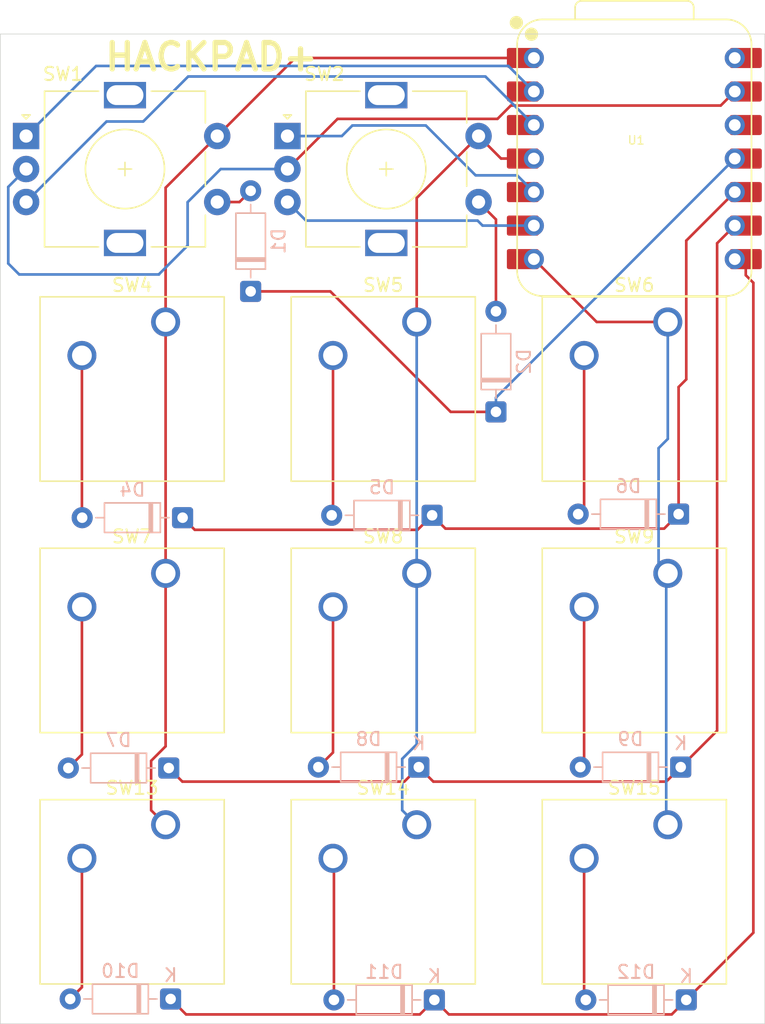
<source format=kicad_pcb>
(kicad_pcb (version 20241229) (generator "pcbnew") (generator_version "9.0")
  (layers (0 "F.Cu" signal) (2 "B.Cu" signal) (13 "F.Paste" user) (15 "B.Paste" user) (5 "F.SilkS" user "F.Silkscreen") (7 "B.SilkS" user "B.Silkscreen") (1 "F.Mask" user) (3 "B.Mask" user) (25 "Edge.Cuts" user))
  (net 0 "")
  (net 1 "R1")
  (net 2 "Net-(D1-A)")
  (net 3 "Net-(D2-A)")
  (net 4 "R2")
  (net 5 "Net-(D4-A)")
  (net 6 "Net-(D5-A)")
  (net 7 "Net-(D6-A)")
  (net 8 "R3")
  (net 9 "Net-(D7-A)")
  (net 10 "Net-(D8-A)")
  (net 11 "Net-(D9-A)")
  (net 12 "Net-(D10-A)")
  (net 13 "R4")
  (net 14 "Net-(D11-A)")
  (net 15 "Net-(D12-A)")
  (net 16 "C1")
  (net 17 "C2")
  (net 18 "C3")
  (net 19 "A2")
  (net 20 "GND")
  (net 21 "A1")
  (net 22 "B2")
  (net 24 "B1")
  (footprint "Button_Switch_Keyboard:SW_Cherry_MX_1.00u_PCB" (layer "F.Cu") (at 186.64 102.92)
    (property "Reference" "SW15" (at -2.54 -2.794 0) (layer "F.SilkS"))
    (property "Value" "SW_Push")
    (fp_line (start -9.525 -1.905) (end 4.445 -1.905) (stroke (width 0.12)) (layer "F.SilkS"))
    (fp_line (start -9.525 12.065) (end -9.525 -1.905) (stroke (width 0.12)) (layer "F.SilkS"))
    (fp_line (start 4.445 -1.905) (end 4.445 12.065) (stroke (width 0.12)) (layer "F.SilkS"))
    (fp_line (start 4.445 12.065) (end -9.525 12.065) (stroke (width 0.12)) (layer "F.SilkS"))
    (pad "" np_thru_hole circle (at -7.62 5.08) (size 1.7 1.7) (drill 1.7) (layers "*.Cu" "*.Mask"))
    (pad "" np_thru_hole circle (at -2.54 5.08) (size 4 4) (drill 4) (layers "*.Cu" "*.Mask"))
    (pad "" np_thru_hole circle (at 2.54 5.08) (size 1.7 1.7) (drill 1.7) (layers "*.Cu" "*.Mask"))
    (pad "1" thru_hole circle (at 0 0) (size 2.2 2.2) (drill 1.5) (layers "*.Cu" "*.Mask") (net 18 "C3"))
    (pad "2" thru_hole circle (at -6.35 2.54) (size 2.2 2.2) (drill 1.5) (layers "*.Cu" "*.Mask") (net 15 "Net-(D12-A)"))
  )
  (footprint "Button_Switch_Keyboard:SW_Cherry_MX_1.00u_PCB" (layer "F.Cu") (at 186.64 64.82)
    (property "Reference" "SW6" (at -2.54 -2.794 0) (layer "F.SilkS"))
    (property "Value" "SW_Push")
    (fp_line (start -9.525 -1.905) (end 4.445 -1.905) (stroke (width 0.12)) (layer "F.SilkS"))
    (fp_line (start -9.525 12.065) (end -9.525 -1.905) (stroke (width 0.12)) (layer "F.SilkS"))
    (fp_line (start 4.445 -1.905) (end 4.445 12.065) (stroke (width 0.12)) (layer "F.SilkS"))
    (fp_line (start 4.445 12.065) (end -9.525 12.065) (stroke (width 0.12)) (layer "F.SilkS"))
    (pad "" np_thru_hole circle (at -7.62 5.08) (size 1.7 1.7) (drill 1.7) (layers "*.Cu" "*.Mask"))
    (pad "" np_thru_hole circle (at -2.54 5.08) (size 4 4) (drill 4) (layers "*.Cu" "*.Mask"))
    (pad "" np_thru_hole circle (at 2.54 5.08) (size 1.7 1.7) (drill 1.7) (layers "*.Cu" "*.Mask"))
    (pad "1" thru_hole circle (at 0 0) (size 2.2 2.2) (drill 1.5) (layers "*.Cu" "*.Mask") (net 18 "C3"))
    (pad "2" thru_hole circle (at -6.35 2.54) (size 2.2 2.2) (drill 1.5) (layers "*.Cu" "*.Mask") (net 7 "Net-(D6-A)"))
  )
  (footprint "Button_Switch_Keyboard:SW_Cherry_MX_1.00u_PCB" (layer "F.Cu") (at 186.64 83.87)
    (property "Reference" "SW9" (at -2.54 -2.794 0) (layer "F.SilkS"))
    (property "Value" "SW_Push")
    (fp_line (start -9.525 -1.905) (end 4.445 -1.905) (stroke (width 0.12)) (layer "F.SilkS"))
    (fp_line (start -9.525 12.065) (end -9.525 -1.905) (stroke (width 0.12)) (layer "F.SilkS"))
    (fp_line (start 4.445 -1.905) (end 4.445 12.065) (stroke (width 0.12)) (layer "F.SilkS"))
    (fp_line (start 4.445 12.065) (end -9.525 12.065) (stroke (width 0.12)) (layer "F.SilkS"))
    (pad "" np_thru_hole circle (at -7.62 5.08) (size 1.7 1.7) (drill 1.7) (layers "*.Cu" "*.Mask"))
    (pad "" np_thru_hole circle (at -2.54 5.08) (size 4 4) (drill 4) (layers "*.Cu" "*.Mask"))
    (pad "" np_thru_hole circle (at 2.54 5.08) (size 1.7 1.7) (drill 1.7) (layers "*.Cu" "*.Mask"))
    (pad "1" thru_hole circle (at 0 0) (size 2.2 2.2) (drill 1.5) (layers "*.Cu" "*.Mask") (net 18 "C3"))
    (pad "2" thru_hole circle (at -6.35 2.54) (size 2.2 2.2) (drill 1.5) (layers "*.Cu" "*.Mask") (net 11 "Net-(D9-A)"))
  )
  (footprint "Rotary_Encoder:RotaryEncoder_Alps_EC11E-Switch_Vertical_H20mm" (layer "F.Cu") (at 157.7825 50.7325)
    (property "Reference" "SW2" (at 2.8 -4.7 0) (layer "F.SilkS"))
    (property "Value" "RotaryEncoder_Switch_MP" (hide yes))
    (fp_line (start -0.3 -1.6) (end 0.3 -1.6) (stroke (width 0.12)) (layer "F.SilkS"))
    (fp_line (start 0 -1.3) (end -0.3 -1.6) (stroke (width 0.12)) (layer "F.SilkS"))
    (fp_line (start 0.3 -1.6) (end 0 -1.3) (stroke (width 0.12)) (layer "F.SilkS"))
    (fp_line (start 1.4 -3.4) (end 1.4 8.4) (stroke (width 0.12)) (layer "F.SilkS"))
    (fp_line (start 5.5 -3.4) (end 1.4 -3.4) (stroke (width 0.12)) (layer "F.SilkS"))
    (fp_line (start 5.5 8.4) (end 1.4 8.4) (stroke (width 0.12)) (layer "F.SilkS"))
    (fp_line (start 7 2.5) (end 8 2.5) (stroke (width 0.12)) (layer "F.SilkS"))
    (fp_line (start 7.5 2) (end 7.5 3) (stroke (width 0.12)) (layer "F.SilkS"))
    (fp_line (start 9.5 -3.4) (end 13.6 -3.4) (stroke (width 0.12)) (layer "F.SilkS"))
    (fp_line (start 13.6 -3.4) (end 13.6 -1) (stroke (width 0.12)) (layer "F.SilkS"))
    (fp_line (start 13.6 1.2) (end 13.6 3.8) (stroke (width 0.12)) (layer "F.SilkS"))
    (fp_line (start 13.6 6) (end 13.6 8.4) (stroke (width 0.12)) (layer "F.SilkS"))
    (fp_line (start 13.6 8.4) (end 9.5 8.4) (stroke (width 0.12)) (layer "F.SilkS"))
    (fp_circle (center 7.5 2.5) (end 10.5 2.5) (stroke (width 0.12)) (fill no) (layer "F.SilkS"))
    (pad "A" thru_hole rect (at 0 0) (size 2 2) (drill 1) (layers "*.Cu" "*.Mask") (net 19 "A2"))
    (pad "B" thru_hole circle (at 0 5) (size 2 2) (drill 1) (layers "*.Cu" "*.Mask") (net 22 "B2"))
    (pad "C" thru_hole circle (at 0 2.5) (size 2 2) (drill 1) (layers "*.Cu" "*.Mask") (net 20 "GND"))
    (pad "MP" thru_hole rect (at 7.5 -3.1) (size 3.2 2) (drill oval 2.8 1.5) (layers "*.Cu" "*.Mask"))
    (pad "MP" thru_hole rect (at 7.5 8.1) (size 3.2 2) (drill oval 2.8 1.5) (layers "*.Cu" "*.Mask"))
    (pad "S1" thru_hole circle (at 14.5 5) (size 2 2) (drill 1) (layers "*.Cu" "*.Mask") (net 3 "Net-(D2-A)"))
    (pad "S2" thru_hole circle (at 14.5 0) (size 2 2) (drill 1) (layers "*.Cu" "*.Mask") (net 17 "C2"))
  )
  (footprint "Button_Switch_Keyboard:SW_Cherry_MX_1.00u_PCB" (layer "F.Cu") (at 148.54 83.87)
    (property "Reference" "SW7" (at -2.54 -2.794 0) (layer "F.SilkS"))
    (property "Value" "SW_Push")
    (fp_line (start -9.525 -1.905) (end 4.445 -1.905) (stroke (width 0.12)) (layer "F.SilkS"))
    (fp_line (start -9.525 12.065) (end -9.525 -1.905) (stroke (width 0.12)) (layer "F.SilkS"))
    (fp_line (start 4.445 -1.905) (end 4.445 12.065) (stroke (width 0.12)) (layer "F.SilkS"))
    (fp_line (start 4.445 12.065) (end -9.525 12.065) (stroke (width 0.12)) (layer "F.SilkS"))
    (pad "" np_thru_hole circle (at -7.62 5.08) (size 1.7 1.7) (drill 1.7) (layers "*.Cu" "*.Mask"))
    (pad "" np_thru_hole circle (at -2.54 5.08) (size 4 4) (drill 4) (layers "*.Cu" "*.Mask"))
    (pad "" np_thru_hole circle (at 2.54 5.08) (size 1.7 1.7) (drill 1.7) (layers "*.Cu" "*.Mask"))
    (pad "1" thru_hole circle (at 0 0) (size 2.2 2.2) (drill 1.5) (layers "*.Cu" "*.Mask") (net 16 "C1"))
    (pad "2" thru_hole circle (at -6.35 2.54) (size 2.2 2.2) (drill 1.5) (layers "*.Cu" "*.Mask") (net 9 "Net-(D7-A)"))
  )
  (footprint "Button_Switch_Keyboard:SW_Cherry_MX_1.00u_PCB" (layer "F.Cu") (at 148.54 64.82)
    (property "Reference" "SW4" (at -2.54 -2.794 0) (layer "F.SilkS"))
    (property "Value" "SW_Push")
    (fp_line (start -9.525 -1.905) (end 4.445 -1.905) (stroke (width 0.12)) (layer "F.SilkS"))
    (fp_line (start -9.525 12.065) (end -9.525 -1.905) (stroke (width 0.12)) (layer "F.SilkS"))
    (fp_line (start 4.445 -1.905) (end 4.445 12.065) (stroke (width 0.12)) (layer "F.SilkS"))
    (fp_line (start 4.445 12.065) (end -9.525 12.065) (stroke (width 0.12)) (layer "F.SilkS"))
    (pad "" np_thru_hole circle (at -7.62 5.08) (size 1.7 1.7) (drill 1.7) (layers "*.Cu" "*.Mask"))
    (pad "" np_thru_hole circle (at -2.54 5.08) (size 4 4) (drill 4) (layers "*.Cu" "*.Mask"))
    (pad "" np_thru_hole circle (at 2.54 5.08) (size 1.7 1.7) (drill 1.7) (layers "*.Cu" "*.Mask"))
    (pad "1" thru_hole circle (at 0 0) (size 2.2 2.2) (drill 1.5) (layers "*.Cu" "*.Mask") (net 16 "C1"))
    (pad "2" thru_hole circle (at -6.35 2.54) (size 2.2 2.2) (drill 1.5) (layers "*.Cu" "*.Mask") (net 5 "Net-(D4-A)"))
  )
  (footprint "Rotary_Encoder:RotaryEncoder_Alps_EC11E-Switch_Vertical_H20mm" (layer "F.Cu") (at 137.95625 50.73125)
    (property "Reference" "SW1" (at 2.8 -4.7 0) (layer "F.SilkS"))
    (property "Value" "RotaryEncoder_Switch_MP" (hide yes))
    (fp_line (start -0.3 -1.6) (end 0.3 -1.6) (stroke (width 0.12)) (layer "F.SilkS"))
    (fp_line (start 0 -1.3) (end -0.3 -1.6) (stroke (width 0.12)) (layer "F.SilkS"))
    (fp_line (start 0.3 -1.6) (end 0 -1.3) (stroke (width 0.12)) (layer "F.SilkS"))
    (fp_line (start 1.4 -3.4) (end 1.4 8.4) (stroke (width 0.12)) (layer "F.SilkS"))
    (fp_line (start 5.5 -3.4) (end 1.4 -3.4) (stroke (width 0.12)) (layer "F.SilkS"))
    (fp_line (start 5.5 8.4) (end 1.4 8.4) (stroke (width 0.12)) (layer "F.SilkS"))
    (fp_line (start 7 2.5) (end 8 2.5) (stroke (width 0.12)) (layer "F.SilkS"))
    (fp_line (start 7.5 2) (end 7.5 3) (stroke (width 0.12)) (layer "F.SilkS"))
    (fp_line (start 9.5 -3.4) (end 13.6 -3.4) (stroke (width 0.12)) (layer "F.SilkS"))
    (fp_line (start 13.6 -3.4) (end 13.6 -1) (stroke (width 0.12)) (layer "F.SilkS"))
    (fp_line (start 13.6 1.2) (end 13.6 3.8) (stroke (width 0.12)) (layer "F.SilkS"))
    (fp_line (start 13.6 6) (end 13.6 8.4) (stroke (width 0.12)) (layer "F.SilkS"))
    (fp_line (start 13.6 8.4) (end 9.5 8.4) (stroke (width 0.12)) (layer "F.SilkS"))
    (fp_circle (center 7.5 2.5) (end 10.5 2.5) (stroke (width 0.12)) (fill no) (layer "F.SilkS"))
    (pad "A" thru_hole rect (at 0 0) (size 2 2) (drill 1) (layers "*.Cu" "*.Mask") (net 21 "A1"))
    (pad "B" thru_hole circle (at 0 5) (size 2 2) (drill 1) (layers "*.Cu" "*.Mask") (net 24 "B1"))
    (pad "C" thru_hole circle (at 0 2.5) (size 2 2) (drill 1) (layers "*.Cu" "*.Mask") (net 20 "GND"))
    (pad "MP" thru_hole rect (at 7.5 -3.1) (size 3.2 2) (drill oval 2.8 1.5) (layers "*.Cu" "*.Mask"))
    (pad "MP" thru_hole rect (at 7.5 8.1) (size 3.2 2) (drill oval 2.8 1.5) (layers "*.Cu" "*.Mask"))
    (pad "S1" thru_hole circle (at 14.5 5) (size 2 2) (drill 1) (layers "*.Cu" "*.Mask") (net 2 "Net-(D1-A)"))
    (pad "S2" thru_hole circle (at 14.5 0) (size 2 2) (drill 1) (layers "*.Cu" "*.Mask") (net 16 "C1"))
  )
  (footprint "Button_Switch_Keyboard:SW_Cherry_MX_1.00u_PCB" (layer "F.Cu") (at 167.59 83.87)
    (property "Reference" "SW8" (at -2.54 -2.794 0) (layer "F.SilkS"))
    (property "Value" "SW_Push")
    (fp_line (start -9.525 -1.905) (end 4.445 -1.905) (stroke (width 0.12)) (layer "F.SilkS"))
    (fp_line (start -9.525 12.065) (end -9.525 -1.905) (stroke (width 0.12)) (layer "F.SilkS"))
    (fp_line (start 4.445 -1.905) (end 4.445 12.065) (stroke (width 0.12)) (layer "F.SilkS"))
    (fp_line (start 4.445 12.065) (end -9.525 12.065) (stroke (width 0.12)) (layer "F.SilkS"))
    (pad "" np_thru_hole circle (at -7.62 5.08) (size 1.7 1.7) (drill 1.7) (layers "*.Cu" "*.Mask"))
    (pad "" np_thru_hole circle (at -2.54 5.08) (size 4 4) (drill 4) (layers "*.Cu" "*.Mask"))
    (pad "" np_thru_hole circle (at 2.54 5.08) (size 1.7 1.7) (drill 1.7) (layers "*.Cu" "*.Mask"))
    (pad "1" thru_hole circle (at 0 0) (size 2.2 2.2) (drill 1.5) (layers "*.Cu" "*.Mask") (net 17 "C2"))
    (pad "2" thru_hole circle (at -6.35 2.54) (size 2.2 2.2) (drill 1.5) (layers "*.Cu" "*.Mask") (net 10 "Net-(D8-A)"))
  )
  (footprint "PAD+:XIAO-RP2040-DIP" (layer "F.Cu") (at 184.1 52.4375)
    (property "Reference" "U1" (at 0.14 -1.3875 0) (layer "F.SilkS") (effects (font (size 0.635 0.635) (thickness 0.1016))))
    (property "Value" "XIAO-RP2040-DIP")
    (fp_line (start -8.89 8.509) (end -8.89 -8.636) (stroke (width 0.127)) (layer "F.SilkS"))
    (fp_line (start -6.985 10.414) (end 6.985 10.414) (stroke (width 0.127)) (layer "F.SilkS"))
    (fp_line (start -4.495 -10.541) (end -4.491272 -11.451272) (stroke (width 0.127)) (layer "F.SilkS"))
    (fp_line (start -3.991272 -11.951) (end 4.004 -11.951) (stroke (width 0.127)) (layer "F.SilkS"))
    (fp_line (start 4.504 -11.451) (end 4.504 -10.541) (stroke (width 0.127)) (layer "F.SilkS"))
    (fp_line (start 6.985 -10.541) (end -6.985 -10.541) (stroke (width 0.1)) (layer "F.SilkS"))
    (fp_line (start 6.985 -10.541) (end -6.985 -10.541) (stroke (width 0.127)) (layer "F.SilkS"))
    (fp_line (start 8.89 8.509) (end 8.89 -8.636) (stroke (width 0.127)) (layer "F.SilkS"))
    (fp_arc (start -8.89 -8.636) (mid -8.332038 -9.983038) (end -6.985 -10.541) (stroke (width 0.127)) (layer "F.SilkS"))
    (fp_arc (start -6.985 10.414) (mid -8.332038 9.856038) (end -8.89 8.509) (stroke (width 0.127)) (layer "F.SilkS"))
    (fp_arc (start -4.491272 -11.451272) (mid -4.344728 -11.80464) (end -3.991272 -11.951) (stroke (width 0.127)) (layer "F.SilkS"))
    (fp_arc (start 4.004 -11.951) (mid 4.357553 -11.804553) (end 4.504 -11.451) (stroke (width 0.127)) (layer "F.SilkS"))
    (fp_arc (start 6.985 -10.541) (mid 8.332038 -9.983038) (end 8.89 -8.636) (stroke (width 0.127)) (layer "F.SilkS"))
    (fp_arc (start 8.89 8.509) (mid 8.332038 9.856038) (end 6.985 10.414) (stroke (width 0.127)) (layer "F.SilkS"))
    (fp_circle (center -8.95 -10.3) (end -8.95 -10.554) (stroke (width 0.5)) (fill yes) (layer "F.SilkS"))
    (fp_circle (center -7.807 -9.42) (end -7.807 -9.674) (stroke (width 0.5)) (fill yes) (layer "F.SilkS"))
    (pad "1" smd roundrect (at -8.455 -7.62 180) (size 2.432 1.524) (layers "F.Cu" "F.Mask") (roundrect_rratio 0.1) (net 16 "C1"))
    (pad "1" thru_hole circle (at -7.62 -7.62 180) (size 1.524 1.524) (drill 0.889) (layers "*.Cu" "*.Mask") (net 16 "C1"))
    (pad "2" smd roundrect (at -8.455 -5.08 180) (size 2.432 1.524) (layers "F.Cu" "F.Mask") (roundrect_rratio 0.1) (net 21 "A1"))
    (pad "2" thru_hole circle (at -7.62 -5.08 180) (size 1.524 1.524) (drill 0.889) (layers "*.Cu" "*.Mask") (net 21 "A1"))
    (pad "3" smd roundrect (at -8.455 -2.54 180) (size 2.432 1.524) (layers "F.Cu" "F.Mask") (roundrect_rratio 0.1) (net 24 "B1"))
    (pad "3" thru_hole circle (at -7.62 -2.54 180) (size 1.524 1.524) (drill 0.889) (layers "*.Cu" "*.Mask") (net 24 "B1"))
    (pad "4" smd roundrect (at -8.455 0 180) (size 2.432 1.524) (layers "F.Cu" "F.Mask") (roundrect_rratio 0.1) (net 17 "C2"))
    (pad "4" thru_hole circle (at -7.62 0 180) (size 1.524 1.524) (drill 0.889) (layers "*.Cu" "*.Mask") (net 17 "C2"))
    (pad "5" smd roundrect (at -8.455 2.54 180) (size 2.432 1.524) (layers "F.Cu" "F.Mask") (roundrect_rratio 0.1) (net 19 "A2"))
    (pad "5" thru_hole circle (at -7.62 2.54 180) (size 1.524 1.524) (drill 0.889) (layers "*.Cu" "*.Mask") (net 19 "A2"))
    (pad "6" smd roundrect (at -8.455 5.08 180) (size 2.432 1.524) (layers "F.Cu" "F.Mask") (roundrect_rratio 0.1) (net 22 "B2"))
    (pad "6" thru_hole circle (at -7.62 5.08 180) (size 1.524 1.524) (drill 0.889) (layers "*.Cu" "*.Mask") (net 22 "B2"))
    (pad "7" smd roundrect (at -8.455 7.62 180) (size 2.432 1.524) (layers "F.Cu" "F.Mask") (roundrect_rratio 0.1) (net 18 "C3"))
    (pad "7" thru_hole circle (at -7.62 7.62 180) (size 1.524 1.524) (drill 0.889) (layers "*.Cu" "*.Mask") (net 18 "C3"))
    (pad "8" thru_hole circle (at 7.62 7.62) (size 1.524 1.524) (drill 0.889) (layers "*.Cu" "*.Mask") (net 13 "R4"))
    (pad "8" smd roundrect (at 8.455 7.62) (size 2.432 1.524) (layers "F.Cu" "F.Mask") (roundrect_rratio 0.1) (net 13 "R4"))
    (pad "9" thru_hole circle (at 7.62 5.08) (size 1.524 1.524) (drill 0.889) (layers "*.Cu" "*.Mask") (net 8 "R3"))
    (pad "9" smd roundrect (at 8.455 5.08) (size 2.432 1.524) (layers "F.Cu" "F.Mask") (roundrect_rratio 0.1) (net 8 "R3"))
    (pad "10" thru_hole circle (at 7.62 2.54) (size 1.524 1.524) (drill 0.889) (layers "*.Cu" "*.Mask") (net 4 "R2"))
    (pad "10" smd roundrect (at 8.455 2.54) (size 2.432 1.524) (layers "F.Cu" "F.Mask") (roundrect_rratio 0.1) (net 4 "R2"))
    (pad "11" thru_hole circle (at 7.62 0) (size 1.524 1.524) (drill 0.889) (layers "*.Cu" "*.Mask") (net 1 "R1"))
    (pad "11" smd roundrect (at 8.455 0) (size 2.432 1.524) (layers "F.Cu" "F.Mask") (roundrect_rratio 0.1) (net 1 "R1"))
    (pad "12" thru_hole circle (at 7.62 -2.54) (size 1.524 1.524) (drill 0.889) (layers "*.Cu" "*.Mask"))
    (pad "12" smd roundrect (at 8.455 -2.54) (size 2.432 1.524) (layers "F.Cu" "F.Mask") (roundrect_rratio 0.1))
    (pad "13" thru_hole circle (at 7.62 -5.08) (size 1.524 1.524) (drill 0.889) (layers "*.Cu" "*.Mask") (net 20 "GND"))
    (pad "13" smd roundrect (at 8.455 -5.08) (size 2.432 1.524) (layers "F.Cu" "F.Mask") (roundrect_rratio 0.1) (net 20 "GND"))
    (pad "14" thru_hole circle (at 7.62 -7.62) (size 1.524 1.524) (drill 0.889) (layers "*.Cu" "*.Mask"))
    (pad "14" smd roundrect (at 8.455 -7.62) (size 2.432 1.524) (layers "F.Cu" "F.Mask") (roundrect_rratio 0.1))
  )
  (footprint "Button_Switch_Keyboard:SW_Cherry_MX_1.00u_PCB" (layer "F.Cu") (at 148.54 102.92)
    (property "Reference" "SW13" (at -2.54 -2.794 0) (layer "F.SilkS"))
    (property "Value" "SW_Push")
    (fp_line (start -9.525 -1.905) (end 4.445 -1.905) (stroke (width 0.12)) (layer "F.SilkS"))
    (fp_line (start -9.525 12.065) (end -9.525 -1.905) (stroke (width 0.12)) (layer "F.SilkS"))
    (fp_line (start 4.445 -1.905) (end 4.445 12.065) (stroke (width 0.12)) (layer "F.SilkS"))
    (fp_line (start 4.445 12.065) (end -9.525 12.065) (stroke (width 0.12)) (layer "F.SilkS"))
    (pad "" np_thru_hole circle (at -7.62 5.08) (size 1.7 1.7) (drill 1.7) (layers "*.Cu" "*.Mask"))
    (pad "" np_thru_hole circle (at -2.54 5.08) (size 4 4) (drill 4) (layers "*.Cu" "*.Mask"))
    (pad "" np_thru_hole circle (at 2.54 5.08) (size 1.7 1.7) (drill 1.7) (layers "*.Cu" "*.Mask"))
    (pad "1" thru_hole circle (at 0 0) (size 2.2 2.2) (drill 1.5) (layers "*.Cu" "*.Mask") (net 16 "C1"))
    (pad "2" thru_hole circle (at -6.35 2.54) (size 2.2 2.2) (drill 1.5) (layers "*.Cu" "*.Mask") (net 12 "Net-(D10-A)"))
  )
  (footprint "Button_Switch_Keyboard:SW_Cherry_MX_1.00u_PCB" (layer "F.Cu") (at 167.59 64.82)
    (property "Reference" "SW5" (at -2.54 -2.794 0) (layer "F.SilkS"))
    (property "Value" "SW_Push")
    (fp_line (start -9.525 -1.905) (end 4.445 -1.905) (stroke (width 0.12)) (layer "F.SilkS"))
    (fp_line (start -9.525 12.065) (end -9.525 -1.905) (stroke (width 0.12)) (layer "F.SilkS"))
    (fp_line (start 4.445 -1.905) (end 4.445 12.065) (stroke (width 0.12)) (layer "F.SilkS"))
    (fp_line (start 4.445 12.065) (end -9.525 12.065) (stroke (width 0.12)) (layer "F.SilkS"))
    (pad "" np_thru_hole circle (at -7.62 5.08) (size 1.7 1.7) (drill 1.7) (layers "*.Cu" "*.Mask"))
    (pad "" np_thru_hole circle (at -2.54 5.08) (size 4 4) (drill 4) (layers "*.Cu" "*.Mask"))
    (pad "" np_thru_hole circle (at 2.54 5.08) (size 1.7 1.7) (drill 1.7) (layers "*.Cu" "*.Mask"))
    (pad "1" thru_hole circle (at 0 0) (size 2.2 2.2) (drill 1.5) (layers "*.Cu" "*.Mask") (net 17 "C2"))
    (pad "2" thru_hole circle (at -6.35 2.54) (size 2.2 2.2) (drill 1.5) (layers "*.Cu" "*.Mask") (net 6 "Net-(D5-A)"))
  )
  (footprint "Button_Switch_Keyboard:SW_Cherry_MX_1.00u_PCB" (layer "F.Cu") (at 167.59 102.92)
    (property "Reference" "SW14" (at -2.54 -2.794 0) (layer "F.SilkS"))
    (property "Value" "SW_Push")
    (fp_line (start -9.525 -1.905) (end 4.445 -1.905) (stroke (width 0.12)) (layer "F.SilkS"))
    (fp_line (start -9.525 12.065) (end -9.525 -1.905) (stroke (width 0.12)) (layer "F.SilkS"))
    (fp_line (start 4.445 -1.905) (end 4.445 12.065) (stroke (width 0.12)) (layer "F.SilkS"))
    (fp_line (start 4.445 12.065) (end -9.525 12.065) (stroke (width 0.12)) (layer "F.SilkS"))
    (pad "" np_thru_hole circle (at -7.62 5.08) (size 1.7 1.7) (drill 1.7) (layers "*.Cu" "*.Mask"))
    (pad "" np_thru_hole circle (at -2.54 5.08) (size 4 4) (drill 4) (layers "*.Cu" "*.Mask"))
    (pad "" np_thru_hole circle (at 2.54 5.08) (size 1.7 1.7) (drill 1.7) (layers "*.Cu" "*.Mask"))
    (pad "1" thru_hole circle (at 0 0) (size 2.2 2.2) (drill 1.5) (layers "*.Cu" "*.Mask") (net 17 "C2"))
    (pad "2" thru_hole circle (at -6.35 2.54) (size 2.2 2.2) (drill 1.5) (layers "*.Cu" "*.Mask") (net 14 "Net-(D11-A)"))
  )
  (footprint "Diode_THT:D_DO-35_SOD27_P7.62mm_Horizontal" (layer "B.Cu") (at 148.92 116.12 180)
    (property "Reference" "D10" (at 3.81 2.12 0) (layer "B.SilkS") (effects (justify mirror)))
    (property "Value" "1N4148" (hide yes))
    (fp_line (start 6.58 0) (end 5.93 0) (stroke (width 0.12)) (layer "B.SilkS"))
    (fp_line (start 2.53 1.12) (end 2.53 -1.12) (stroke (width 0.12)) (layer "B.SilkS"))
    (fp_line (start 2.41 1.12) (end 2.41 -1.12) (stroke (width 0.12)) (layer "B.SilkS"))
    (fp_line (start 2.29 1.12) (end 2.29 -1.12) (stroke (width 0.12)) (layer "B.SilkS"))
    (fp_line (start 1.04 0) (end 1.69 0) (stroke (width 0.12)) (layer "B.SilkS"))
    (fp_rect (start 1.69 1.12) (end 5.93 -1.12) (stroke (width 0.12)) (fill no) (layer "B.SilkS"))
    (fp_text user "K" (at 0 1.8 0) (layer "B.SilkS") (effects (justify mirror)))
    (pad "1" thru_hole roundrect (at 0 0 180) (size 1.6 1.6) (drill 0.8) (layers "*.Cu" "*.Mask") (roundrect_rratio 0.15625) (net 13 "R4"))
    (pad "2" thru_hole circle (at 7.62 0 180) (size 1.6 1.6) (drill 0.8) (layers "*.Cu" "*.Mask") (net 12 "Net-(D10-A)"))
  )
  (footprint "Diode_THT:D_DO-35_SOD27_P7.62mm_Horizontal" (layer "B.Cu") (at 173.6025 71.6325 90)
    (property "Reference" "D2" (at 3.81 2.12 90) (layer "B.SilkS") (effects (justify mirror)))
    (property "Value" "1N4148" (hide yes))
    (fp_line (start 6.58 0) (end 5.93 0) (stroke (width 0.12)) (layer "B.SilkS"))
    (fp_line (start 1.04 0) (end 1.69 0) (stroke (width 0.12)) (layer "B.SilkS"))
    (fp_line (start 2.53 1.12) (end 2.53 -1.12) (stroke (width 0.12)) (layer "B.SilkS"))
    (fp_line (start 2.41 1.12) (end 2.41 -1.12) (stroke (width 0.12)) (layer "B.SilkS"))
    (fp_line (start 2.29 1.12) (end 2.29 -1.12) (stroke (width 0.12)) (layer "B.SilkS"))
    (fp_rect (start 1.69 1.12) (end 5.93 -1.12) (stroke (width 0.12)) (fill no) (layer "B.SilkS"))
    (pad "1" thru_hole roundrect (at 0 0 90) (size 1.6 1.6) (drill 0.8) (layers "*.Cu" "*.Mask") (roundrect_rratio 0.15625) (net 1 "R1"))
    (pad "2" thru_hole circle (at 7.62 0 90) (size 1.6 1.6) (drill 0.8) (layers "*.Cu" "*.Mask") (net 3 "Net-(D2-A)"))
  )
  (footprint "Diode_THT:D_DO-35_SOD27_P7.62mm_Horizontal" (layer "B.Cu") (at 148.78 98.62 180)
    (property "Reference" "D7" (at 3.81 2.12 0) (layer "B.SilkS") (effects (justify mirror)))
    (property "Value" "1N4148" (hide yes))
    (fp_line (start 6.58 0) (end 5.93 0) (stroke (width 0.12)) (layer "B.SilkS"))
    (fp_line (start 2.53 1.12) (end 2.53 -1.12) (stroke (width 0.12)) (layer "B.SilkS"))
    (fp_line (start 2.41 1.12) (end 2.41 -1.12) (stroke (width 0.12)) (layer "B.SilkS"))
    (fp_line (start 2.29 1.12) (end 2.29 -1.12) (stroke (width 0.12)) (layer "B.SilkS"))
    (fp_line (start 1.04 0) (end 1.69 0) (stroke (width 0.12)) (layer "B.SilkS"))
    (fp_rect (start 1.69 1.12) (end 5.93 -1.12) (stroke (width 0.12)) (fill no) (layer "B.SilkS"))
    (pad "1" thru_hole roundrect (at 0 0 180) (size 1.6 1.6) (drill 0.8) (layers "*.Cu" "*.Mask") (roundrect_rratio 0.15625) (net 8 "R3"))
    (pad "2" thru_hole circle (at 7.62 0 180) (size 1.6 1.6) (drill 0.8) (layers "*.Cu" "*.Mask") (net 9 "Net-(D7-A)"))
  )
  (footprint "Diode_THT:D_DO-35_SOD27_P7.62mm_Horizontal" (layer "B.Cu") (at 149.83 79.65 180)
    (property "Reference" "D4" (at 3.81 2.12 0) (layer "B.SilkS") (effects (justify mirror)))
    (property "Value" "1N4148" (hide yes))
    (fp_line (start 6.58 0) (end 5.93 0) (stroke (width 0.12)) (layer "B.SilkS"))
    (fp_line (start 2.53 1.12) (end 2.53 -1.12) (stroke (width 0.12)) (layer "B.SilkS"))
    (fp_line (start 2.41 1.12) (end 2.41 -1.12) (stroke (width 0.12)) (layer "B.SilkS"))
    (fp_line (start 2.29 1.12) (end 2.29 -1.12) (stroke (width 0.12)) (layer "B.SilkS"))
    (fp_line (start 1.04 0) (end 1.69 0) (stroke (width 0.12)) (layer "B.SilkS"))
    (fp_rect (start 1.69 1.12) (end 5.93 -1.12) (stroke (width 0.12)) (fill no) (layer "B.SilkS"))
    (pad "1" thru_hole roundrect (at 0 0 180) (size 1.6 1.6) (drill 0.8) (layers "*.Cu" "*.Mask") (roundrect_rratio 0.15625) (net 4 "R2"))
    (pad "2" thru_hole circle (at 7.62 0 180) (size 1.6 1.6) (drill 0.8) (layers "*.Cu" "*.Mask") (net 5 "Net-(D4-A)"))
  )
  (footprint "Diode_THT:D_DO-35_SOD27_P7.62mm_Horizontal" (layer "B.Cu") (at 187.62 98.55 180)
    (property "Reference" "D9" (at 3.81 2.12 0) (layer "B.SilkS") (effects (justify mirror)))
    (property "Value" "1N4148" (hide yes))
    (fp_line (start 6.58 0) (end 5.93 0) (stroke (width 0.12)) (layer "B.SilkS"))
    (fp_line (start 2.53 1.12) (end 2.53 -1.12) (stroke (width 0.12)) (layer "B.SilkS"))
    (fp_line (start 2.41 1.12) (end 2.41 -1.12) (stroke (width 0.12)) (layer "B.SilkS"))
    (fp_line (start 2.29 1.12) (end 2.29 -1.12) (stroke (width 0.12)) (layer "B.SilkS"))
    (fp_line (start 1.04 0) (end 1.69 0) (stroke (width 0.12)) (layer "B.SilkS"))
    (fp_rect (start 1.69 1.12) (end 5.93 -1.12) (stroke (width 0.12)) (fill no) (layer "B.SilkS"))
    (fp_text user "K" (at 0 1.8 0) (layer "B.SilkS") (effects (justify mirror)))
    (pad "1" thru_hole roundrect (at 0 0 180) (size 1.6 1.6) (drill 0.8) (layers "*.Cu" "*.Mask") (roundrect_rratio 0.15625) (net 8 "R3"))
    (pad "2" thru_hole circle (at 7.62 0 180) (size 1.6 1.6) (drill 0.8) (layers "*.Cu" "*.Mask") (net 11 "Net-(D9-A)"))
  )
  (footprint "Diode_THT:D_DO-35_SOD27_P7.62mm_Horizontal" (layer "B.Cu") (at 167.75 98.55 180)
    (property "Reference" "D8" (at 3.81 2.12 0) (layer "B.SilkS") (effects (justify mirror)))
    (property "Value" "1N4148" (hide yes))
    (fp_line (start 6.58 0) (end 5.93 0) (stroke (width 0.12)) (layer "B.SilkS"))
    (fp_line (start 2.53 1.12) (end 2.53 -1.12) (stroke (width 0.12)) (layer "B.SilkS"))
    (fp_line (start 2.41 1.12) (end 2.41 -1.12) (stroke (width 0.12)) (layer "B.SilkS"))
    (fp_line (start 2.29 1.12) (end 2.29 -1.12) (stroke (width 0.12)) (layer "B.SilkS"))
    (fp_line (start 1.04 0) (end 1.69 0) (stroke (width 0.12)) (layer "B.SilkS"))
    (fp_rect (start 1.69 1.12) (end 5.93 -1.12) (stroke (width 0.12)) (fill no) (layer "B.SilkS"))
    (fp_text user "K" (at 0 1.8 0) (layer "B.SilkS") (effects (justify mirror)))
    (pad "1" thru_hole roundrect (at 0 0 180) (size 1.6 1.6) (drill 0.8) (layers "*.Cu" "*.Mask") (roundrect_rratio 0.15625) (net 8 "R3"))
    (pad "2" thru_hole circle (at 7.62 0 180) (size 1.6 1.6) (drill 0.8) (layers "*.Cu" "*.Mask") (net 10 "Net-(D8-A)"))
  )
  (footprint "Diode_THT:D_DO-35_SOD27_P7.62mm_Horizontal" (layer "B.Cu") (at 154.9925 62.5025 90)
    (property "Reference" "D1" (at 3.81 2.12 90) (layer "B.SilkS") (effects (justify mirror)))
    (property "Value" "1N4148" (hide yes))
    (fp_line (start 6.58 0) (end 5.93 0) (stroke (width 0.12)) (layer "B.SilkS"))
    (fp_line (start 1.04 0) (end 1.69 0) (stroke (width 0.12)) (layer "B.SilkS"))
    (fp_line (start 2.53 1.12) (end 2.53 -1.12) (stroke (width 0.12)) (layer "B.SilkS"))
    (fp_line (start 2.41 1.12) (end 2.41 -1.12) (stroke (width 0.12)) (layer "B.SilkS"))
    (fp_line (start 2.29 1.12) (end 2.29 -1.12) (stroke (width 0.12)) (layer "B.SilkS"))
    (fp_rect (start 1.69 1.12) (end 5.93 -1.12) (stroke (width 0.12)) (fill no) (layer "B.SilkS"))
    (pad "1" thru_hole roundrect (at 0 0 90) (size 1.6 1.6) (drill 0.8) (layers "*.Cu" "*.Mask") (roundrect_rratio 0.15625) (net 1 "R1"))
    (pad "2" thru_hole circle (at 7.62 0 90) (size 1.6 1.6) (drill 0.8) (layers "*.Cu" "*.Mask") (net 2 "Net-(D1-A)"))
  )
  (footprint "Diode_THT:D_DO-35_SOD27_P7.62mm_Horizontal" (layer "B.Cu") (at 168.76 79.47 180)
    (property "Reference" "D5" (at 3.81 2.12 0) (layer "B.SilkS") (effects (justify mirror)))
    (property "Value" "1N4148" (hide yes))
    (fp_line (start 6.58 0) (end 5.93 0) (stroke (width 0.12)) (layer "B.SilkS"))
    (fp_line (start 2.53 1.12) (end 2.53 -1.12) (stroke (width 0.12)) (layer "B.SilkS"))
    (fp_line (start 2.41 1.12) (end 2.41 -1.12) (stroke (width 0.12)) (layer "B.SilkS"))
    (fp_line (start 2.29 1.12) (end 2.29 -1.12) (stroke (width 0.12)) (layer "B.SilkS"))
    (fp_line (start 1.04 0) (end 1.69 0) (stroke (width 0.12)) (layer "B.SilkS"))
    (fp_rect (start 1.69 1.12) (end 5.93 -1.12) (stroke (width 0.12)) (fill no) (layer "B.SilkS"))
    (pad "1" thru_hole roundrect (at 0 0 180) (size 1.6 1.6) (drill 0.8) (layers "*.Cu" "*.Mask") (roundrect_rratio 0.15625) (net 4 "R2"))
    (pad "2" thru_hole circle (at 7.62 0 180) (size 1.6 1.6) (drill 0.8) (layers "*.Cu" "*.Mask") (net 6 "Net-(D5-A)"))
  )
  (footprint "Diode_THT:D_DO-35_SOD27_P7.62mm_Horizontal" (layer "B.Cu") (at 188.04 116.19 180)
    (property "Reference" "D12" (at 3.81 2.12 0) (layer "B.SilkS") (effects (justify mirror)))
    (property "Value" "1N4148" (hide yes))
    (fp_line (start 6.58 0) (end 5.93 0) (stroke (width 0.12)) (layer "B.SilkS"))
    (fp_line (start 2.53 1.12) (end 2.53 -1.12) (stroke (width 0.12)) (layer "B.SilkS"))
    (fp_line (start 2.41 1.12) (end 2.41 -1.12) (stroke (width 0.12)) (layer "B.SilkS"))
    (fp_line (start 2.29 1.12) (end 2.29 -1.12) (stroke (width 0.12)) (layer "B.SilkS"))
    (fp_line (start 1.04 0) (end 1.69 0) (stroke (width 0.12)) (layer "B.SilkS"))
    (fp_rect (start 1.69 1.12) (end 5.93 -1.12) (stroke (width 0.12)) (fill no) (layer "B.SilkS"))
    (fp_text user "K" (at 0 1.8 0) (layer "B.SilkS") (effects (justify mirror)))
    (pad "1" thru_hole roundrect (at 0 0 180) (size 1.6 1.6) (drill 0.8) (layers "*.Cu" "*.Mask") (roundrect_rratio 0.15625) (net 13 "R4"))
    (pad "2" thru_hole circle (at 7.62 0 180) (size 1.6 1.6) (drill 0.8) (layers "*.Cu" "*.Mask") (net 15 "Net-(D12-A)"))
  )
  (footprint "Diode_THT:D_DO-35_SOD27_P7.62mm_Horizontal" (layer "B.Cu") (at 187.46 79.38 180)
    (property "Reference" "D6" (at 3.81 2.12 0) (layer "B.SilkS") (effects (justify mirror)))
    (property "Value" "1N4148" (hide yes))
    (fp_line (start 6.58 0) (end 5.93 0) (stroke (width 0.12)) (layer "B.SilkS"))
    (fp_line (start 2.53 1.12) (end 2.53 -1.12) (stroke (width 0.12)) (layer "B.SilkS"))
    (fp_line (start 2.41 1.12) (end 2.41 -1.12) (stroke (width 0.12)) (layer "B.SilkS"))
    (fp_line (start 2.29 1.12) (end 2.29 -1.12) (stroke (width 0.12)) (layer "B.SilkS"))
    (fp_line (start 1.04 0) (end 1.69 0) (stroke (width 0.12)) (layer "B.SilkS"))
    (fp_rect (start 1.69 1.12) (end 5.93 -1.12) (stroke (width 0.12)) (fill no) (layer "B.SilkS"))
    (pad "1" thru_hole roundrect (at 0 0 180) (size 1.6 1.6) (drill 0.8) (layers "*.Cu" "*.Mask") (roundrect_rratio 0.15625) (net 4 "R2"))
    (pad "2" thru_hole circle (at 7.62 0 180) (size 1.6 1.6) (drill 0.8) (layers "*.Cu" "*.Mask") (net 7 "Net-(D6-A)"))
  )
  (footprint "Diode_THT:D_DO-35_SOD27_P7.62mm_Horizontal" (layer "B.Cu") (at 168.93 116.19 180)
    (property "Reference" "D11" (at 3.81 2.12 0) (layer "B.SilkS") (effects (justify mirror)))
    (property "Value" "1N4148" (hide yes))
    (fp_line (start 6.58 0) (end 5.93 0) (stroke (width 0.12)) (layer "B.SilkS"))
    (fp_line (start 2.53 1.12) (end 2.53 -1.12) (stroke (width 0.12)) (layer "B.SilkS"))
    (fp_line (start 2.41 1.12) (end 2.41 -1.12) (stroke (width 0.12)) (layer "B.SilkS"))
    (fp_line (start 2.29 1.12) (end 2.29 -1.12) (stroke (width 0.12)) (layer "B.SilkS"))
    (fp_line (start 1.04 0) (end 1.69 0) (stroke (width 0.12)) (layer "B.SilkS"))
    (fp_rect (start 1.69 1.12) (end 5.93 -1.12) (stroke (width 0.12)) (fill no) (layer "B.SilkS"))
    (fp_text user "K" (at 0 1.8 0) (layer "B.SilkS") (effects (justify mirror)))
    (pad "1" thru_hole roundrect (at 0 0 180) (size 1.6 1.6) (drill 0.8) (layers "*.Cu" "*.Mask") (roundrect_rratio 0.15625) (net 13 "R4"))
    (pad "2" thru_hole circle (at 7.62 0 180) (size 1.6 1.6) (drill 0.8) (layers "*.Cu" "*.Mask") (net 14 "Net-(D11-A)"))
  )
  (gr_rect (start 136 43) (end 194 118) (stroke (width 0.05)) (fill no) (layer "Edge.Cuts"))
  (gr_text "HACKPAD+" (at 143.75 45.91 0) (layer "F.SilkS") (effects (font (size 2 2) (thickness 0.4) (bold yes)) (justify left bottom)))
  (segment (start 161.03403 62.5025) (end 170.16403 71.6325) (width 0.2) (layer "F.Cu") (net 1))
  (segment (start 154.9925 62.5025) (end 161.03403 62.5025) (width 0.2) (layer "F.Cu") (net 1))
  (segment (start 170.16403 71.6325) (end 173.6025 71.6325) (width 0.2) (layer "F.Cu") (net 1))
  (segment (start 173.6025 70.555) (end 191.72 52.4375) (width 0.2) (layer "B.Cu") (net 1))
  (segment (start 173.6025 71.6325) (end 173.6025 70.555) (width 0.2) (layer "B.Cu") (net 1))
  (segment (start 152.45625 55.73125) (end 154.14375 55.73125) (width 0.2) (layer "F.Cu") (net 2))
  (segment (start 154.14375 55.73125) (end 154.9925 54.8825) (width 0.2) (layer "F.Cu") (net 2))
  (segment (start 173.6025 57.0525) (end 173.6025 64.0125) (width 0.2) (layer "F.Cu") (net 3))
  (segment (start 172.2825 55.7325) (end 173.6025 57.0525) (width 0.2) (layer "F.Cu") (net 3))
  (segment (start 168.76 79.47) (end 169.771 80.481) (width 0.2) (layer "F.Cu") (net 4))
  (segment (start 188.041 58.6565) (end 191.72 54.9775) (width 0.2) (layer "F.Cu") (net 4))
  (segment (start 150.751 80.571) (end 167.659 80.571) (width 0.2) (layer "F.Cu") (net 4))
  (segment (start 149.83 79.65) (end 150.751 80.571) (width 0.2) (layer "F.Cu") (net 4))
  (segment (start 188.041 69.169) (end 188.041 58.6565) (width 0.2) (layer "F.Cu") (net 4))
  (segment (start 167.659 80.571) (end 168.76 79.47) (width 0.2) (layer "F.Cu") (net 4))
  (segment (start 187.46 79.38) (end 187.46 69.75) (width 0.2) (layer "F.Cu") (net 4))
  (segment (start 186.359 80.481) (end 187.46 79.38) (width 0.2) (layer "F.Cu") (net 4))
  (segment (start 187.46 69.75) (end 188.041 69.169) (width 0.2) (layer "F.Cu") (net 4))
  (segment (start 169.771 80.481) (end 186.359 80.481) (width 0.2) (layer "F.Cu") (net 4))
  (segment (start 142.19 79.63) (end 142.21 79.65) (width 0.2) (layer "F.Cu") (net 5))
  (segment (start 142.19 67.36) (end 142.19 79.63) (width 0.2) (layer "F.Cu") (net 5))
  (segment (start 161.24 79.37) (end 161.24 67.36) (width 0.2) (layer "F.Cu") (net 6))
  (segment (start 161.14 79.47) (end 161.24 79.37) (width 0.2) (layer "F.Cu") (net 6))
  (segment (start 180.29 78.93) (end 179.84 79.38) (width 0.2) (layer "F.Cu") (net 7))
  (segment (start 180.29 67.36) (end 180.29 78.93) (width 0.2) (layer "F.Cu") (net 7))
  (segment (start 186.519 99.651) (end 187.62 98.55) (width 0.2) (layer "F.Cu") (net 8))
  (segment (start 190.381 95.789) (end 190.381 58.8565) (width 0.2) (layer "F.Cu") (net 8))
  (segment (start 187.62 98.55) (end 190.381 95.789) (width 0.2) (layer "F.Cu") (net 8))
  (segment (start 166.649 99.651) (end 167.75 98.55) (width 0.2) (layer "F.Cu") (net 8))
  (segment (start 168.851 99.651) (end 186.519 99.651) (width 0.2) (layer "F.Cu") (net 8))
  (segment (start 149.811 99.651) (end 166.649 99.651) (width 0.2) (layer "F.Cu") (net 8))
  (segment (start 167.75 98.55) (end 168.851 99.651) (width 0.2) (layer "F.Cu") (net 8))
  (segment (start 148.78 98.62) (end 149.811 99.651) (width 0.2) (layer "F.Cu") (net 8))
  (segment (start 190.381 58.8565) (end 191.72 57.5175) (width 0.2) (layer "F.Cu") (net 8))
  (segment (start 142.19 86.41) (end 142.19 97.59) (width 0.2) (layer "F.Cu") (net 9))
  (segment (start 142.19 97.59) (end 141.16 98.62) (width 0.2) (layer "F.Cu") (net 9))
  (segment (start 161.24 97.44) (end 161.24 86.41) (width 0.2) (layer "F.Cu") (net 10))
  (segment (start 160.13 98.55) (end 161.24 97.44) (width 0.2) (layer "F.Cu") (net 10))
  (segment (start 180.29 98.26) (end 180 98.55) (width 0.2) (layer "F.Cu") (net 11))
  (segment (start 180.29 86.41) (end 180.29 98.26) (width 0.2) (layer "F.Cu") (net 11))
  (segment (start 142.19 115.23) (end 141.3 116.12) (width 0.2) (layer "F.Cu") (net 12))
  (segment (start 142.19 105.46) (end 142.19 115.23) (width 0.2) (layer "F.Cu") (net 12))
  (segment (start 193.13 61.85) (end 192.555 61.275) (width 0.2) (layer "F.Cu") (net 13))
  (segment (start 168.93 116.19) (end 170.031 117.291) (width 0.2) (layer "F.Cu") (net 13))
  (segment (start 188.04 116.19) (end 193.13 111.1) (width 0.2) (layer "F.Cu") (net 13))
  (segment (start 167.829 117.291) (end 168.93 116.19) (width 0.2) (layer "F.Cu") (net 13))
  (segment (start 148.92 116.12) (end 150.091 117.291) (width 0.2) (layer "F.Cu") (net 13))
  (segment (start 170.031 117.291) (end 186.939 117.291) (width 0.2) (layer "F.Cu") (net 13))
  (segment (start 192.555 61.275) (end 192.555 60.0575) (width 0.2) (layer "F.Cu") (net 13))
  (segment (start 150.091 117.291) (end 167.829 117.291) (width 0.2) (layer "F.Cu") (net 13))
  (segment (start 186.939 117.291) (end 188.04 116.19) (width 0.2) (layer "F.Cu") (net 13))
  (segment (start 193.13 111.1) (end 193.13 61.85) (width 0.2) (layer "F.Cu") (net 13))
  (segment (start 161.31 116.19) (end 161.31 105.53) (width 0.2) (layer "F.Cu") (net 14))
  (segment (start 161.31 105.53) (end 161.24 105.46) (width 0.2) (layer "F.Cu") (net 14))
  (segment (start 180.29 105.46) (end 180.29 116.06) (width 0.2) (layer "F.Cu") (net 15))
  (segment (start 180.29 116.06) (end 180.42 116.19) (width 0.2) (layer "F.Cu") (net 15))
  (segment (start 148.54 64.82) (end 148.54 83.87) (width 0.2) (layer "F.Cu") (net 16))
  (segment (start 148.54 54.6475) (end 152.45625 50.73125) (width 0.2) (layer "F.Cu") (net 16))
  (segment (start 147.440001 98.073839) (end 147.440001 101.820001) (width 0.2) (layer "F.Cu") (net 16))
  (segment (start 148.54 64.82) (end 148.54 54.6475) (width 0.2) (layer "F.Cu") (net 16))
  (segment (start 148.54 96.97384) (end 147.440001 98.073839) (width 0.2) (layer "F.Cu") (net 16))
  (segment (start 148.54 83.87) (end 148.54 96.97384) (width 0.2) (layer "F.Cu") (net 16))
  (segment (start 147.440001 101.820001) (end 148.54 102.92) (width 0.2) (layer "F.Cu") (net 16))
  (segment (start 158.37 44.8175) (end 175.645 44.8175) (width 0.2) (layer "F.Cu") (net 16))
  (segment (start 152.45625 50.73125) (end 158.37 44.8175) (width 0.2) (layer "F.Cu") (net 16))
  (segment (start 175.645 52.4375) (end 173.9875 52.4375) (width 0.2) (layer "F.Cu") (net 17))
  (segment (start 167.59 55.425) (end 172.2825 50.7325) (width 0.2) (layer "F.Cu") (net 17))
  (segment (start 167.59 64.82) (end 167.59 55.425) (width 0.2) (layer "F.Cu") (net 17))
  (segment (start 173.9875 52.4375) (end 172.2825 50.7325) (width 0.2) (layer "F.Cu") (net 17))
  (segment (start 166.490001 101.820001) (end 167.59 102.92) (width 0.2) (layer "B.Cu") (net 17))
  (segment (start 166.490001 97.923839) (end 166.490001 101.820001) (width 0.2) (layer "B.Cu") (net 17))
  (segment (start 167.59 96.82384) (end 166.490001 97.923839) (width 0.2) (layer "B.Cu") (net 17))
  (segment (start 167.59 83.87) (end 167.59 96.82384) (width 0.2) (layer "B.Cu") (net 17))
  (segment (start 167.59 64.82) (end 167.59 83.87) (width 0.2) (layer "B.Cu") (net 17))
  (segment (start 186.64 64.82) (end 181.2425 64.82) (width 0.2) (layer "F.Cu") (net 18))
  (segment (start 181.2425 64.82) (end 176.48 60.0575) (width 0.2) (layer "F.Cu") (net 18))
  (segment (start 186.519 83.991) (end 186.64 83.87) (width 0.2) (layer "B.Cu") (net 18))
  (segment (start 186.64 83.87) (end 185.94 83.17) (width 0.2) (layer "B.Cu") (net 18))
  (segment (start 186.64 102.92) (end 186.519 102.799) (width 0.2) (layer "B.Cu") (net 18))
  (segment (start 185.94 83.17) (end 185.94 74.38) (width 0.2) (layer "B.Cu") (net 18))
  (segment (start 185.94 74.38) (end 186.64 73.68) (width 0.2) (layer "B.Cu") (net 18))
  (segment (start 186.64 73.68) (end 186.64 64.82) (width 0.2) (layer "B.Cu") (net 18))
  (segment (start 186.519 102.799) (end 186.519 83.991) (width 0.2) (layer "B.Cu") (net 18))
  (segment (start 175.2125 53.71) (end 176.48 54.9775) (width 0.2) (layer "B.Cu") (net 19))
  (segment (start 157.7825 50.7325) (end 161.9075 50.7325) (width 0.2) (layer "B.Cu") (net 19))
  (segment (start 161.9075 50.7325) (end 162.71 49.93) (width 0.2) (layer "B.Cu") (net 19))
  (segment (start 168.28 49.93) (end 172.06 53.71) (width 0.2) (layer "B.Cu") (net 19))
  (segment (start 162.71 49.93) (end 168.28 49.93) (width 0.2) (layer "B.Cu") (net 19))
  (segment (start 172.06 53.71) (end 175.2125 53.71) (width 0.2) (layer "B.Cu") (net 19))
  (segment (start 157.7825 53.2325) (end 161.5835 49.4315) (width 0.2) (layer "F.Cu") (net 20))
  (segment (start 190.657 48.4205) (end 191.72 47.3575) (width 0.2) (layer "F.Cu") (net 20))
  (segment (start 161.5835 49.4315) (end 173.7185 49.4315) (width 0.2) (layer "F.Cu") (net 20))
  (segment (start 174.7295 48.4205) (end 190.657 48.4205) (width 0.2) (layer "F.Cu") (net 20))
  (segment (start 173.7185 49.4315) (end 174.7295 48.4205) (width 0.2) (layer "F.Cu") (net 20))
  (segment (start 157.7825 53.2325) (end 152.7175 53.2325) (width 0.2) (layer "B.Cu") (net 20))
  (segment (start 148.04 61.2) (end 148.04 61.22) (width 0.2) (layer "B.Cu") (net 20))
  (segment (start 150.21 55.74) (end 150.21 59.03) (width 0.2) (layer "B.Cu") (net 20))
  (segment (start 136.601 60.391) (end 136.601 54.5865) (width 0.2) (layer "B.Cu") (net 20))
  (segment (start 137.43 61.22) (end 136.601 60.391) (width 0.2) (layer "B.Cu") (net 20))
  (segment (start 152.7175 53.2325) (end 150.21 55.74) (width 0.2) (layer "B.Cu") (net 20))
  (segment (start 148.04 61.22) (end 137.43 61.22) (width 0.2) (layer "B.Cu") (net 20))
  (segment (start 136.601 54.5865) (end 137.95625 53.23125) (width 0.2) (layer "B.Cu") (net 20))
  (segment (start 150.21 59.03) (end 148.04 61.2) (width 0.2) (layer "B.Cu") (net 20))
  (segment (start 174.5425 45.42) (end 176.48 47.3575) (width 0.2) (layer "B.Cu") (net 21))
  (segment (start 137.95625 50.73125) (end 143.2675 45.42) (width 0.2) (layer "B.Cu") (net 21))
  (segment (start 143.2675 45.42) (end 174.5425 45.42) (width 0.2) (layer "B.Cu") (net 21))
  (segment (start 172.21 57.14) (end 172.5875 57.5175) (width 0.2) (layer "B.Cu") (net 22))
  (segment (start 159.19 57.14) (end 172.21 57.14) (width 0.2) (layer "B.Cu") (net 22))
  (segment (start 157.7825 55.7325) (end 159.19 57.14) (width 0.2) (layer "B.Cu") (net 22))
  (segment (start 172.5875 57.5175) (end 176.48 57.5175) (width 0.2) (layer "B.Cu") (net 22))
  (segment (start 146.84 49.63) (end 144.0575 49.63) (width 0.2) (layer "B.Cu") (net 24))
  (segment (start 172.8025 46.22) (end 150.25 46.22) (width 0.2) (layer "B.Cu") (net 24))
  (segment (start 150.25 46.22) (end 146.84 49.63) (width 0.2) (layer "B.Cu") (net 24))
  (segment (start 176.48 49.8975) (end 172.8025 46.22) (width 0.2) (layer "B.Cu") (net 24))
  (segment (start 144.0575 49.63) (end 137.95625 55.73125) (width 0.2) (layer "B.Cu") (net 24))
)
</source>
